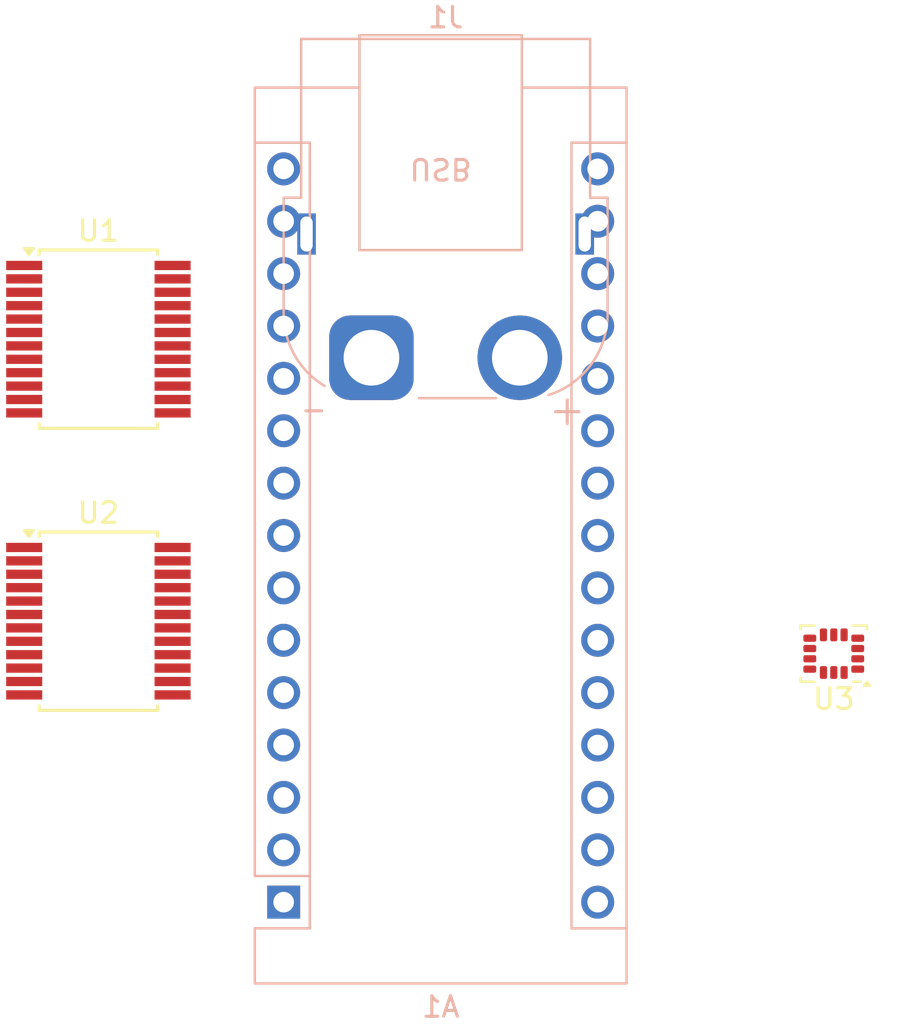
<source format=kicad_pcb>
(kicad_pcb (version 20241229) (generator "pcbnew") (generator_version "9.0")
  (layers (0 "F.Cu" signal) (2 "B.Cu" signal) (13 "F.Paste" user) (15 "B.Paste" user) (5 "F.SilkS" user "F.Silkscreen") (7 "B.SilkS" user "B.Silkscreen") (1 "F.Mask" user) (3 "B.Mask" user) (25 "Edge.Cuts" user))
  (net 0 "")
  (net 1 "Net-(A1-GND-Pad29)")
  (net 30 "+12V")
  (net 32 "Net-(U1-PGND1-Pad3)")
  (net 33 "Net-(U1-PGND2-Pad10)")
  (net 34 "Net-(U1-BO1-Pad11)")
  (net 35 "Net-(U1-AO2-Pad5)")
  (net 39 "Net-(U1-BO2-Pad7)")
  (net 41 "Net-(U1-AO1-Pad1)")
  (net 49 "Net-(U2-BO1-Pad11)")
  (net 50 "Net-(U2-BO2-Pad7)")
  (net 53 "Net-(U2-PGND1-Pad3)")
  (net 55 "Net-(U2-AO2-Pad5)")
  (net 59 "Net-(U2-AO1-Pad1)")
  (net 62 "Net-(U2-PGND2-Pad10)")
  (net 67 "GND")
  (net 70 "/MISO")
  (net 71 "+3.3V")
  (net 72 "/MOSI")
  (net 73 "/INT2")
  (net 74 "/INT1")
  (net 75 "/NSS")
  (net 76 "/SCLK")
  (footprint "Package_SO:SSOP-24_5.3x8.2mm_P0.65mm" (layer "F.Cu") (at 127.65 98.75)
    (property "Reference" "U1" (at 0 -5.25 0) (layer "F.SilkS"))
    (property "Value" "TB6612FNG")
    (fp_line (start -2.875 -4.325) (end -2.875 -4.1) (stroke (width 0.15)) (layer "F.SilkS"))
    (fp_line (start -2.875 -4.325) (end 2.875 -4.325) (stroke (width 0.15)) (layer "F.SilkS"))
    (fp_line (start -2.875 4.325) (end -2.875 4.1) (stroke (width 0.15)) (layer "F.SilkS"))
    (fp_line (start -2.875 4.325) (end 2.875 4.325) (stroke (width 0.15)) (layer "F.SilkS"))
    (fp_line (start 2.875 -4.325) (end 2.875 -4.1) (stroke (width 0.15)) (layer "F.SilkS"))
    (fp_line (start 2.875 4.325) (end 2.875 4.1) (stroke (width 0.15)) (layer "F.SilkS"))
    (fp_poly (pts (xy -3.375 -4.075) (xy -3.615 -4.405) (xy -3.135 -4.405) (xy -3.375 -4.075)) (stroke (width 0.12)) (fill yes) (layer "F.SilkS"))
    (pad "1" smd rect (at -3.6 -3.575) (size 1.75 0.45) (layers "F.Cu" "F.Mask" "F.Paste") (net 41 "Net-(U1-AO1-Pad1)"))
    (pad "2" smd rect (at -3.6 -2.925) (size 1.75 0.45) (layers "F.Cu" "F.Mask" "F.Paste") (net 41 "Net-(U1-AO1-Pad1)"))
    (pad "3" smd rect (at -3.6 -2.275) (size 1.75 0.45) (layers "F.Cu" "F.Mask" "F.Paste") (net 32 "Net-(U1-PGND1-Pad3)"))
    (pad "4" smd rect (at -3.6 -1.625) (size 1.75 0.45) (layers "F.Cu" "F.Mask" "F.Paste") (net 32 "Net-(U1-PGND1-Pad3)"))
    (pad "5" smd rect (at -3.6 -0.975) (size 1.75 0.45) (layers "F.Cu" "F.Mask" "F.Paste") (net 35 "Net-(U1-AO2-Pad5)"))
    (pad "6" smd rect (at -3.6 -0.325) (size 1.75 0.45) (layers "F.Cu" "F.Mask" "F.Paste") (net 35 "Net-(U1-AO2-Pad5)"))
    (pad "7" smd rect (at -3.6 0.325) (size 1.75 0.45) (layers "F.Cu" "F.Mask" "F.Paste") (net 39 "Net-(U1-BO2-Pad7)"))
    (pad "8" smd rect (at -3.6 0.975) (size 1.75 0.45) (layers "F.Cu" "F.Mask" "F.Paste") (net 39 "Net-(U1-BO2-Pad7)"))
    (pad "9" smd rect (at -3.6 1.625) (size 1.75 0.45) (layers "F.Cu" "F.Mask" "F.Paste") (net 33 "Net-(U1-PGND2-Pad10)"))
    (pad "10" smd rect (at -3.6 2.275) (size 1.75 0.45) (layers "F.Cu" "F.Mask" "F.Paste") (net 33 "Net-(U1-PGND2-Pad10)"))
    (pad "11" smd rect (at -3.6 2.925) (size 1.75 0.45) (layers "F.Cu" "F.Mask" "F.Paste") (net 34 "Net-(U1-BO1-Pad11)"))
    (pad "12" smd rect (at -3.6 3.575) (size 1.75 0.45) (layers "F.Cu" "F.Mask" "F.Paste") (net 34 "Net-(U1-BO1-Pad11)"))
    (pad "13" smd rect (at 3.6 3.575) (size 1.75 0.45) (layers "F.Cu" "F.Mask" "F.Paste"))
    (pad "14" smd rect (at 3.6 2.925) (size 1.75 0.45) (layers "F.Cu" "F.Mask" "F.Paste"))
    (pad "15" smd rect (at 3.6 2.275) (size 1.75 0.45) (layers "F.Cu" "F.Mask" "F.Paste"))
    (pad "16" smd rect (at 3.6 1.625) (size 1.75 0.45) (layers "F.Cu" "F.Mask" "F.Paste"))
    (pad "17" smd rect (at 3.6 0.975) (size 1.75 0.45) (layers "F.Cu" "F.Mask" "F.Paste"))
    (pad "18" smd rect (at 3.6 0.325) (size 1.75 0.45) (layers "F.Cu" "F.Mask" "F.Paste"))
    (pad "19" smd rect (at 3.6 -0.325) (size 1.75 0.45) (layers "F.Cu" "F.Mask" "F.Paste"))
    (pad "20" smd rect (at 3.6 -0.975) (size 1.75 0.45) (layers "F.Cu" "F.Mask" "F.Paste"))
    (pad "21" smd rect (at 3.6 -1.625) (size 1.75 0.45) (layers "F.Cu" "F.Mask" "F.Paste"))
    (pad "22" smd rect (at 3.6 -2.275) (size 1.75 0.45) (layers "F.Cu" "F.Mask" "F.Paste"))
    (pad "23" smd rect (at 3.6 -2.925) (size 1.75 0.45) (layers "F.Cu" "F.Mask" "F.Paste"))
    (pad "24" smd rect (at 3.6 -3.575) (size 1.75 0.45) (layers "F.Cu" "F.Mask" "F.Paste"))
  )
  (footprint "Package_SO:SSOP-24_5.3x8.2mm_P0.65mm" (layer "F.Cu") (at 127.65 112.425)
    (property "Reference" "U2" (at 0 -5.25 0) (layer "F.SilkS"))
    (property "Value" "TB6612FNG")
    (fp_line (start -2.875 -4.325) (end -2.875 -4.1) (stroke (width 0.15)) (layer "F.SilkS"))
    (fp_line (start -2.875 -4.325) (end 2.875 -4.325) (stroke (width 0.15)) (layer "F.SilkS"))
    (fp_line (start -2.875 4.325) (end -2.875 4.1) (stroke (width 0.15)) (layer "F.SilkS"))
    (fp_line (start -2.875 4.325) (end 2.875 4.325) (stroke (width 0.15)) (layer "F.SilkS"))
    (fp_line (start 2.875 -4.325) (end 2.875 -4.1) (stroke (width 0.15)) (layer "F.SilkS"))
    (fp_line (start 2.875 4.325) (end 2.875 4.1) (stroke (width 0.15)) (layer "F.SilkS"))
    (fp_poly (pts (xy -3.375 -4.075) (xy -3.615 -4.405) (xy -3.135 -4.405) (xy -3.375 -4.075)) (stroke (width 0.12)) (fill yes) (layer "F.SilkS"))
    (pad "1" smd rect (at -3.6 -3.575) (size 1.75 0.45) (layers "F.Cu" "F.Mask" "F.Paste") (net 59 "Net-(U2-AO1-Pad1)"))
    (pad "2" smd rect (at -3.6 -2.925) (size 1.75 0.45) (layers "F.Cu" "F.Mask" "F.Paste") (net 59 "Net-(U2-AO1-Pad1)"))
    (pad "3" smd rect (at -3.6 -2.275) (size 1.75 0.45) (layers "F.Cu" "F.Mask" "F.Paste") (net 53 "Net-(U2-PGND1-Pad3)"))
    (pad "4" smd rect (at -3.6 -1.625) (size 1.75 0.45) (layers "F.Cu" "F.Mask" "F.Paste") (net 53 "Net-(U2-PGND1-Pad3)"))
    (pad "5" smd rect (at -3.6 -0.975) (size 1.75 0.45) (layers "F.Cu" "F.Mask" "F.Paste") (net 55 "Net-(U2-AO2-Pad5)"))
    (pad "6" smd rect (at -3.6 -0.325) (size 1.75 0.45) (layers "F.Cu" "F.Mask" "F.Paste") (net 55 "Net-(U2-AO2-Pad5)"))
    (pad "7" smd rect (at -3.6 0.325) (size 1.75 0.45) (layers "F.Cu" "F.Mask" "F.Paste") (net 50 "Net-(U2-BO2-Pad7)"))
    (pad "8" smd rect (at -3.6 0.975) (size 1.75 0.45) (layers "F.Cu" "F.Mask" "F.Paste") (net 50 "Net-(U2-BO2-Pad7)"))
    (pad "9" smd rect (at -3.6 1.625) (size 1.75 0.45) (layers "F.Cu" "F.Mask" "F.Paste") (net 62 "Net-(U2-PGND2-Pad10)"))
    (pad "10" smd rect (at -3.6 2.275) (size 1.75 0.45) (layers "F.Cu" "F.Mask" "F.Paste") (net 62 "Net-(U2-PGND2-Pad10)"))
    (pad "11" smd rect (at -3.6 2.925) (size 1.75 0.45) (layers "F.Cu" "F.Mask" "F.Paste") (net 49 "Net-(U2-BO1-Pad11)"))
    (pad "12" smd rect (at -3.6 3.575) (size 1.75 0.45) (layers "F.Cu" "F.Mask" "F.Paste") (net 49 "Net-(U2-BO1-Pad11)"))
    (pad "13" smd rect (at 3.6 3.575) (size 1.75 0.45) (layers "F.Cu" "F.Mask" "F.Paste"))
    (pad "14" smd rect (at 3.6 2.925) (size 1.75 0.45) (layers "F.Cu" "F.Mask" "F.Paste"))
    (pad "15" smd rect (at 3.6 2.275) (size 1.75 0.45) (layers "F.Cu" "F.Mask" "F.Paste"))
    (pad "16" smd rect (at 3.6 1.625) (size 1.75 0.45) (layers "F.Cu" "F.Mask" "F.Paste"))
    (pad "17" smd rect (at 3.6 0.975) (size 1.75 0.45) (layers "F.Cu" "F.Mask" "F.Paste"))
    (pad "18" smd rect (at 3.6 0.325) (size 1.75 0.45) (layers "F.Cu" "F.Mask" "F.Paste"))
    (pad "19" smd rect (at 3.6 -0.325) (size 1.75 0.45) (layers "F.Cu" "F.Mask" "F.Paste"))
    (pad "20" smd rect (at 3.6 -0.975) (size 1.75 0.45) (layers "F.Cu" "F.Mask" "F.Paste"))
    (pad "21" smd rect (at 3.6 -1.625) (size 1.75 0.45) (layers "F.Cu" "F.Mask" "F.Paste"))
    (pad "22" smd rect (at 3.6 -2.275) (size 1.75 0.45) (layers "F.Cu" "F.Mask" "F.Paste"))
    (pad "23" smd rect (at 3.6 -2.925) (size 1.75 0.45) (layers "F.Cu" "F.Mask" "F.Paste"))
    (pad "24" smd rect (at 3.6 -3.575) (size 1.75 0.45) (layers "F.Cu" "F.Mask" "F.Paste"))
  )
  (footprint "Package_LGA:LGA-14_3x2.5mm_P0.5mm_LayoutBorder3x4y" (layer "F.Cu") (at 163.3375 114 180)
    (property "Reference" "U3" (at 0 -2.2 0) (layer "F.SilkS"))
    (property "Value" "LSM6DS0")
    (fp_line (start 1.61 1.36) (end 1.61 1.185) (stroke (width 0.12)) (layer "F.SilkS"))
    (fp_line (start 1.61 -1.36) (end 1.61 -1.185) (stroke (width 0.12)) (layer "F.SilkS"))
    (fp_line (start 0.935 1.36) (end 1.61 1.36) (stroke (width 0.12)) (layer "F.SilkS"))
    (fp_line (start 0.935 -1.36) (end 1.61 -1.36) (stroke (width 0.12)) (layer "F.SilkS"))
    (fp_line (start -0.935 1.36) (end -1.61 1.36) (stroke (width 0.12)) (layer "F.SilkS"))
    (fp_line (start -0.935 -1.36) (end -1.31 -1.36) (stroke (width 0.12)) (layer "F.SilkS"))
    (fp_line (start -1.61 1.36) (end -1.61 1.185) (stroke (width 0.12)) (layer "F.SilkS"))
    (fp_poly (pts (xy -1.61 -1.36) (xy -1.75 -1.55) (xy -1.47 -1.55) (xy -1.61 -1.36)) (stroke (width 0.12)) (fill yes) (layer "F.SilkS"))
    (pad "1" smd roundrect (at -1.1625 -0.75 180) (size 0.625 0.35) (layers "F.Cu" "F.Mask" "F.Paste") (net 70 "/MISO"))
    (pad "2" smd roundrect (at -1.1625 -0.25 180) (size 0.625 0.35) (layers "F.Cu" "F.Mask" "F.Paste") (net 67 "GND"))
    (pad "3" smd roundrect (at -1.1625 0.25 180) (size 0.625 0.35) (layers "F.Cu" "F.Mask" "F.Paste") (net 67 "GND"))
    (pad "4" smd roundrect (at -1.1625 0.75 180) (size 0.625 0.35) (layers "F.Cu" "F.Mask" "F.Paste") (net 74 "/INT1"))
    (pad "5" smd roundrect (at -0.5 0.9125 180) (size 0.35 0.625) (layers "F.Cu" "F.Mask" "F.Paste") (net 71 "+3.3V"))
    (pad "6" smd roundrect (at 0 0.9125 180) (size 0.35 0.625) (layers "F.Cu" "F.Mask" "F.Paste") (net 67 "GND"))
    (pad "7" smd roundrect (at 0.5 0.9125 180) (size 0.35 0.625) (layers "F.Cu" "F.Mask" "F.Paste") (net 67 "GND"))
    (pad "8" smd roundrect (at 1.1625 0.75 180) (size 0.625 0.35) (layers "F.Cu" "F.Mask" "F.Paste") (net 71 "+3.3V"))
    (pad "9" smd roundrect (at 1.1625 0.25 180) (size 0.625 0.35) (layers "F.Cu" "F.Mask" "F.Paste") (net 73 "/INT2"))
    (pad "10" smd roundrect (at 1.1625 -0.25 180) (size 0.625 0.35) (layers "F.Cu" "F.Mask" "F.Paste"))
    (pad "11" smd roundrect (at 1.1625 -0.75 180) (size 0.625 0.35) (layers "F.Cu" "F.Mask" "F.Paste"))
    (pad "12" smd roundrect (at 0.5 -0.9125 180) (size 0.35 0.625) (layers "F.Cu" "F.Mask" "F.Paste") (net 75 "/NSS"))
    (pad "13" smd roundrect (at 0 -0.9125 180) (size 0.35 0.625) (layers "F.Cu" "F.Mask" "F.Paste") (net 76 "/SCLK"))
    (pad "14" smd roundrect (at -0.5 -0.9125 180) (size 0.35 0.625) (layers "F.Cu" "F.Mask" "F.Paste") (net 72 "/MOSI"))
  )
  (footprint "Module:Arduino_Nano" (layer "B.Cu") (at 136.64 126.05)
    (property "Reference" "A1" (at 7.62 5.08 0) (layer "B.SilkS") (effects (justify mirror)))
    (property "Value" "Arduino_Nano_ESP32")
    (fp_line (start -1.4 -39.5) (end 3.68 -39.5) (stroke (width 0.12)) (layer "B.SilkS"))
    (fp_line (start -1.4 -1.27) (end -1.4 -39.5) (stroke (width 0.12)) (layer "B.SilkS"))
    (fp_line (start -1.4 3.94) (end -1.4 1.27) (stroke (width 0.12)) (layer "B.SilkS"))
    (fp_line (start 1.27 -36.83) (end -1.4 -36.83) (stroke (width 0.12)) (layer "B.SilkS"))
    (fp_line (start 1.27 -1.27) (end -1.4 -1.27) (stroke (width 0.12)) (layer "B.SilkS"))
    (fp_line (start 1.27 -1.27) (end 1.27 -36.83) (stroke (width 0.12)) (layer "B.SilkS"))
    (fp_line (start 1.27 -1.27) (end 1.27 1.27) (stroke (width 0.12)) (layer "B.SilkS"))
    (fp_line (start 1.27 1.27) (end -1.4 1.27) (stroke (width 0.12)) (layer "B.SilkS"))
    (fp_line (start 3.68 -42.04) (end 3.68 -31.62) (stroke (width 0.12)) (layer "B.SilkS"))
    (fp_line (start 3.68 -31.62) (end 11.56 -31.62) (stroke (width 0.12)) (layer "B.SilkS"))
    (fp_line (start 11.56 -42.04) (end 3.68 -42.04) (stroke (width 0.12)) (layer "B.SilkS"))
    (fp_line (start 11.56 -31.62) (end 11.56 -42.04) (stroke (width 0.12)) (layer "B.SilkS"))
    (fp_line (start 13.97 -36.83) (end 16.64 -36.83) (stroke (width 0.12)) (layer "B.SilkS"))
    (fp_line (start 13.97 1.27) (end 13.97 -36.83) (stroke (width 0.12)) (layer "B.SilkS"))
    (fp_line (start 13.97 1.27) (end 16.64 1.27) (stroke (width 0.12)) (layer "B.SilkS"))
    (fp_line (start 16.64 -39.5) (end 11.56 -39.5) (stroke (width 0.12)) (layer "B.SilkS"))
    (fp_line (start 16.64 -39.5) (end 16.64 3.94) (stroke (width 0.12)) (layer "B.SilkS"))
    (fp_line (start 16.64 3.94) (end -1.4 3.94) (stroke (width 0.12)) (layer "B.SilkS"))
    (fp_text user "USB" (at 7.62 -35.56 180) (layer "B.SilkS") (effects (justify mirror)))
    (pad "1" thru_hole rect (at 0 0) (size 1.6 1.6) (drill 1) (layers "*.Cu" "*.Mask"))
    (pad "2" thru_hole oval (at 0 -2.54) (size 1.6 1.6) (drill 1) (layers "*.Cu" "*.Mask"))
    (pad "3" thru_hole oval (at 0 -5.08) (size 1.6 1.6) (drill 1) (layers "*.Cu" "*.Mask"))
    (pad "4" thru_hole oval (at 0 -7.62) (size 1.6 1.6) (drill 1) (layers "*.Cu" "*.Mask") (net 1 "Net-(A1-GND-Pad29)"))
    (pad "5" thru_hole oval (at 0 -10.16) (size 1.6 1.6) (drill 1) (layers "*.Cu" "*.Mask"))
    (pad "6" thru_hole oval (at 0 -12.7) (size 1.6 1.6) (drill 1) (layers "*.Cu" "*.Mask"))
    (pad "7" thru_hole oval (at 0 -15.24) (size 1.6 1.6) (drill 1) (layers "*.Cu" "*.Mask"))
    (pad "8" thru_hole oval (at 0 -17.78) (size 1.6 1.6) (drill 1) (layers "*.Cu" "*.Mask"))
    (pad "9" thru_hole oval (at 0 -20.32) (size 1.6 1.6) (drill 1) (layers "*.Cu" "*.Mask"))
    (pad "10" thru_hole oval (at 0 -22.86) (size 1.6 1.6) (drill 1) (layers "*.Cu" "*.Mask"))
    (pad "11" thru_hole oval (at 0 -25.4) (size 1.6 1.6) (drill 1) (layers "*.Cu" "*.Mask"))
    (pad "12" thru_hole oval (at 0 -27.94) (size 1.6 1.6) (drill 1) (layers "*.Cu" "*.Mask"))
    (pad "13" thru_hole oval (at 0 -30.48) (size 1.6 1.6) (drill 1) (layers "*.Cu" "*.Mask"))
    (pad "14" thru_hole oval (at 0 -33.02) (size 1.6 1.6) (drill 1) (layers "*.Cu" "*.Mask"))
    (pad "15" thru_hole oval (at 0 -35.56) (size 1.6 1.6) (drill 1) (layers "*.Cu" "*.Mask"))
    (pad "16" thru_hole oval (at 15.24 -35.56) (size 1.6 1.6) (drill 1) (layers "*.Cu" "*.Mask"))
    (pad "17" thru_hole oval (at 15.24 -33.02) (size 1.6 1.6) (drill 1) (layers "*.Cu" "*.Mask"))
    (pad "18" thru_hole oval (at 15.24 -30.48) (size 1.6 1.6) (drill 1) (layers "*.Cu" "*.Mask"))
    (pad "19" thru_hole oval (at 15.24 -27.94) (size 1.6 1.6) (drill 1) (layers "*.Cu" "*.Mask"))
    (pad "20" thru_hole oval (at 15.24 -25.4) (size 1.6 1.6) (drill 1) (layers "*.Cu" "*.Mask"))
    (pad "21" thru_hole oval (at 15.24 -22.86) (size 1.6 1.6) (drill 1) (layers "*.Cu" "*.Mask"))
    (pad "22" thru_hole oval (at 15.24 -20.32) (size 1.6 1.6) (drill 1) (layers "*.Cu" "*.Mask"))
    (pad "23" thru_hole oval (at 15.24 -17.78) (size 1.6 1.6) (drill 1) (layers "*.Cu" "*.Mask"))
    (pad "24" thru_hole oval (at 15.24 -15.24) (size 1.6 1.6) (drill 1) (layers "*.Cu" "*.Mask"))
    (pad "25" thru_hole oval (at 15.24 -12.7) (size 1.6 1.6) (drill 1) (layers "*.Cu" "*.Mask"))
    (pad "26" thru_hole oval (at 15.24 -10.16) (size 1.6 1.6) (drill 1) (layers "*.Cu" "*.Mask"))
    (pad "27" thru_hole oval (at 15.24 -7.62) (size 1.6 1.6) (drill 1) (layers "*.Cu" "*.Mask"))
    (pad "28" thru_hole oval (at 15.24 -5.08) (size 1.6 1.6) (drill 1) (layers "*.Cu" "*.Mask"))
    (pad "29" thru_hole oval (at 15.24 -2.54) (size 1.6 1.6) (drill 1) (layers "*.Cu" "*.Mask") (net 1 "Net-(A1-GND-Pad29)"))
    (pad "30" thru_hole oval (at 15.24 0) (size 1.6 1.6) (drill 1) (layers "*.Cu" "*.Mask"))
  )
  (footprint "Connector_AMASS:AMASS_XT60PW-F_1x02_P7.20mm_Horizontal" (layer "B.Cu") (at 140.9 99.65 180)
    (property "Reference" "J1" (at -3.6 16.5 0) (layer "B.SilkS") (effects (justify mirror)))
    (property "Value" "Conn_01x02_Socket")
    (fp_line (start 4.26 7.76) (end 4.26 2.15) (stroke (width 0.12)) (layer "B.SilkS"))
    (fp_line (start 3.41 15.46) (end 3.41 7.76) (stroke (width 0.12)) (layer "B.SilkS"))
    (fp_line (start 3.41 7.76) (end 4.26 7.76) (stroke (width 0.12)) (layer "B.SilkS"))
    (fp_line (start -6.05 -1.96) (end -2.31 -1.96) (stroke (width 0.12)) (layer "B.SilkS"))
    (fp_line (start -10.61 15.46) (end 3.41 15.46) (stroke (width 0.12)) (layer "B.SilkS"))
    (fp_line (start -10.61 15.46) (end -10.61 7.76) (stroke (width 0.12)) (layer "B.SilkS"))
    (fp_line (start -11.46 7.76) (end -10.61 7.76) (stroke (width 0.12)) (layer "B.SilkS"))
    (fp_line (start -11.46 7.76) (end -11.46 2.15) (stroke (width 0.12)) (layer "B.SilkS"))
    (fp_arc (start 2.266806 -1.372958) (mid 3.727162 0.126139) (end 4.26 2.15) (stroke (width 0.12)) (layer "B.SilkS"))
    (fp_arc (start -11.46 2.15) (mid -10.677645 -0.302568) (end -8.5899 -1.808718) (stroke (width 0.12)) (layer "B.SilkS"))
    (fp_text user "-" (at 2.8 -2.5 0) (layer "B.SilkS") (effects (justify mirror)))
    (fp_text user "+" (at -9.5 -2.5 0) (layer "B.SilkS") (effects (font (size 1.5 1.5)) (justify mirror)))
    (pad "" thru_hole rect (at -10.35 6 180) (size 0.9 2) (drill oval 0.6 1.7) (layers "*.Cu" "*.Mask"))
    (pad "" thru_hole rect (at 3.15 6 180) (size 0.9 2) (drill oval 0.6 1.7) (layers "*.Cu" "*.Mask"))
    (pad "1" thru_hole roundrect (at 0 0 180) (size 4.1 4.1) (drill 2.7) (layers "*.Cu" "*.Mask") (net 30 "+12V"))
    (pad "2" thru_hole circle (at -7.2 0 180) (size 4.1 4.1) (drill 2.7) (layers "*.Cu" "*.Mask") (net 67 "GND"))
  )
)
</source>
